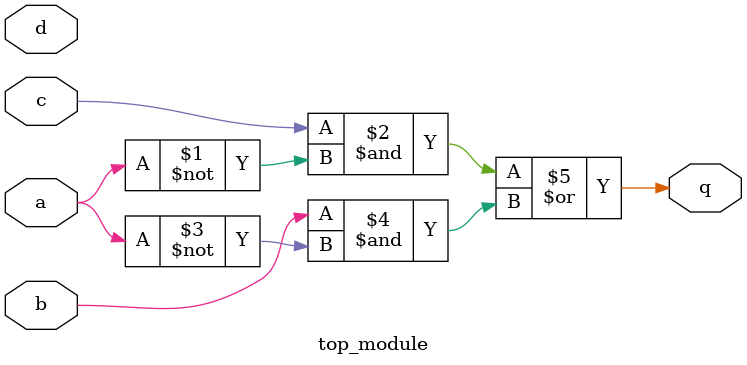
<source format=sv>
module top_module (
    input a, 
    input b, 
    input c, 
    input d,
    output q
);

    assign q = (c & ~a) | (b & ~a);

endmodule

</source>
